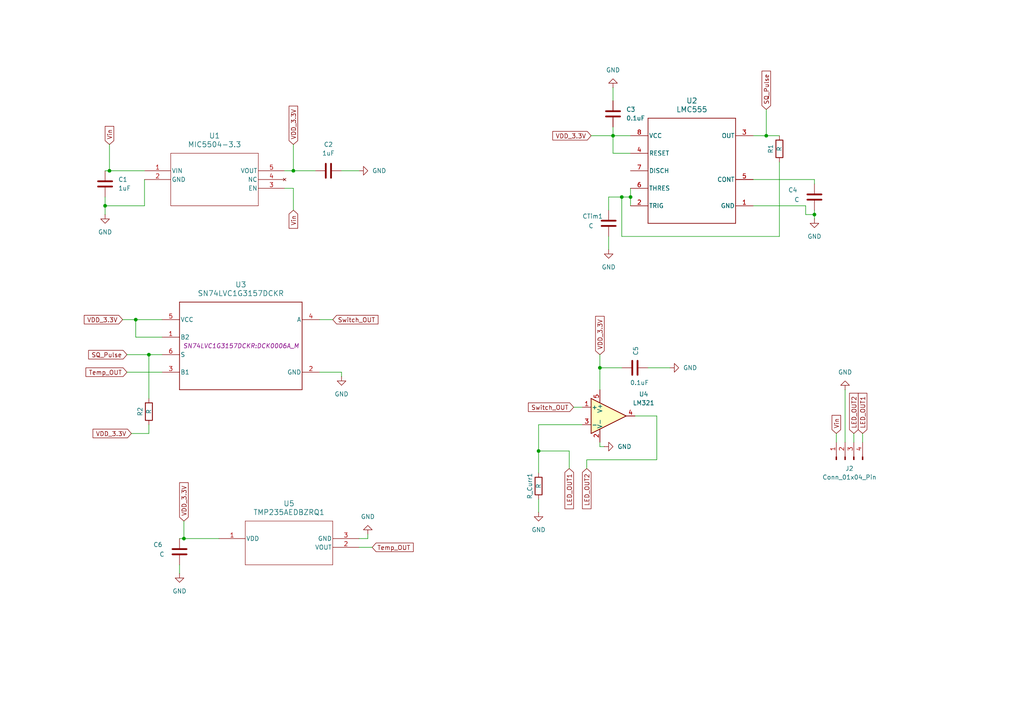
<source format=kicad_sch>
(kicad_sch (version 20231120) (generator "eeschema") (generator_version "8.0")
  (paper "A4")
  (lib_symbols
    (symbol "Amplifier_Operational:LM321" (pin_names (offset 0.127))
      (property "Reference" "U" (at 0 7.62 0))
      (property "Value" "LM321" (at 0 5.08 0))
      (symbol "LM321_0_1"
        (polyline (pts (xy -5.08 5.08) (xy 5.08 0) (xy -5.08 -5.08) (xy -5.08 5.08)) (stroke (width 0.254)) (fill (type background)))
      )
      (symbol "LM321_1_1"
        (pin input line (at -7.62 2.54 0) (length 2.54) (name "+") (number "1"))
        (pin power_in line (at -2.54 -7.62 90) (length 3.81) (name "V-") (number "2"))
        (pin input line (at -7.62 -2.54 0) (length 2.54) (name "-") (number "3"))
        (pin output line (at 7.62 0 180) (length 2.54) (name "~") (number "4"))
        (pin power_in line (at -2.54 7.62 270) (length 3.81) (name "V+") (number "5"))
      )
    )
    (symbol "Connector:Conn_01x04_Pin" (pin_names (offset 1.016) hide)
      (property "Reference" "J" (at 0 5.08 0))
      (property "Value" "Conn_01x04_Pin" (at 0 -7.62 0))
      (symbol "Conn_01x04_Pin_1_1"
        (polyline (pts (xy 1.27 -5.08) (xy 0.8636 -5.08)) (stroke (width 0.1524)))
        (polyline (pts (xy 1.27 -2.54) (xy 0.8636 -2.54)) (stroke (width 0.1524)))
        (polyline (pts (xy 1.27 0) (xy 0.8636 0)) (stroke (width 0.1524)))
        (polyline (pts (xy 1.27 2.54) (xy 0.8636 2.54)) (stroke (width 0.1524)))
        (rectangle (start 0.8636 -4.953) (end 0 -5.207) (stroke (width 0.1524)) (fill (type outline)))
        (rectangle (start 0.8636 -2.413) (end 0 -2.667) (stroke (width 0.1524)) (fill (type outline)))
        (rectangle (start 0.8636 0.127) (end 0 -0.127) (stroke (width 0.1524)) (fill (type outline)))
        (rectangle (start 0.8636 2.667) (end 0 2.413) (stroke (width 0.1524)) (fill (type outline)))
        (pin passive line (at 5.08 2.54 180) (length 3.81) (name "Pin_1") (number "1"))
        (pin passive line (at 5.08 0 180) (length 3.81) (name "Pin_2") (number "2"))
        (pin passive line (at 5.08 -2.54 180) (length 3.81) (name "Pin_3") (number "3"))
        (pin passive line (at 5.08 -5.08 180) (length 3.81) (name "Pin_4") (number "4"))
      )
    )
    (symbol "Device:C" (pin_numbers hide) (pin_names (offset 0.254))
      (property "Reference" "C" (at 0.635 2.54 0))
      (property "Value" "C" (at 0.635 -2.54 0))
      (symbol "C_0_1"
        (polyline (pts (xy -2.032 -0.762) (xy 2.032 -0.762)) (stroke (width 0.508)))
        (polyline (pts (xy -2.032 0.762) (xy 2.032 0.762)) (stroke (width 0.508)))
      )
      (symbol "C_1_1"
        (pin passive line (at 0 3.81 270) (length 2.794) (name "~") (number "1"))
        (pin passive line (at 0 -3.81 90) (length 2.794) (name "~") (number "2"))
      )
    )
    (symbol "Device:R" (pin_numbers hide) (pin_names (offset 0))
      (property "Reference" "R" (at 2.032 0 90))
      (property "Value" "R" (at 0 0 90))
      (symbol "R_0_1"
        (rectangle (start -1.016 -2.54) (end 1.016 2.54) (stroke (width 0.254)))
      )
      (symbol "R_1_1"
        (pin passive line (at 0 3.81 270) (length 1.27) (name "~") (number "1"))
        (pin passive line (at 0 -3.81 90) (length 1.27) (name "~") (number "2"))
      )
    )
    (symbol "LMC555:LMC555CMX_NOPB" (pin_names (offset 0.254))
      (property "Reference" "U" (at 0 2.54 0))
      (property "Value" "LMC555CMX/NOPB" (at 0 0 0))
      (symbol "LMC555CMX_NOPB_0_1"
        (polyline (pts (xy -12.7 -15.24) (xy 12.7 -15.24)) (stroke (width 0.2032)))
        (polyline (pts (xy -12.7 15.24) (xy -12.7 -15.24)) (stroke (width 0.2032)))
        (polyline (pts (xy 12.7 -15.24) (xy 12.7 15.24)) (stroke (width 0.2032)))
        (polyline (pts (xy 12.7 15.24) (xy -12.7 15.24)) (stroke (width 0.2032)))
        (pin power_in line (at 17.78 -10.16 180) (length 5.08) (name "GND") (number "1"))
        (pin input line (at -17.78 -10.16 0) (length 5.08) (name "TRIG") (number "2"))
        (pin output line (at 17.78 10.16 180) (length 5.08) (name "OUT") (number "3"))
        (pin input line (at -17.78 5.08 0) (length 5.08) (name "RESET") (number "4"))
        (pin input line (at 17.78 -2.54 180) (length 5.08) (name "CONT") (number "5"))
        (pin input line (at -17.78 -5.08 0) (length 5.08) (name "THRES") (number "6"))
        (pin output line (at -17.78 0 0) (length 5.08) (name "DISCH") (number "7"))
        (pin power_in line (at -17.78 10.16 0) (length 5.08) (name "VCC") (number "8"))
      )
    )
    (symbol "MIC5504:MIC5504-3.3YM5-TR" (pin_names (offset 0.254))
      (property "Reference" "U" (at 20.32 10.16 0))
      (property "Value" "MIC5504-3.3YM5-TR" (at 20.32 7.62 0))
      (symbol "MIC5504-3.3YM5-TR_0_1"
        (polyline (pts (xy 7.62 -10.16) (xy 33.02 -10.16)) (stroke (width 0.127)))
        (polyline (pts (xy 7.62 5.08) (xy 7.62 -10.16)) (stroke (width 0.127)))
        (polyline (pts (xy 33.02 -10.16) (xy 33.02 5.08)) (stroke (width 0.127)))
        (polyline (pts (xy 33.02 5.08) (xy 7.62 5.08)) (stroke (width 0.127)))
        (pin input line (at 0 0 0) (length 7.62) (name "VIN") (number "1"))
        (pin power_in line (at 0 -2.54 0) (length 7.62) (name "GND") (number "2"))
        (pin input line (at 40.64 -5.08 180) (length 7.62) (name "EN") (number "3"))
        (pin no_connect line (at 40.64 -2.54 180) (length 7.62) (name "NC") (number "4"))
        (pin output line (at 40.64 0 180) (length 7.62) (name "VOUT") (number "5"))
      )
    )
    (symbol "SN74LVC1G3157DCKR:SN74LVC1G3157DCKR" (pin_names (offset 0.254))
      (property "Reference" "U" (at 0 2.54 0))
      (property "Value" "SN74LVC1G3157DCKR" (at 0 0 0))
      (symbol "SN74LVC1G3157DCKR_0_1"
        (polyline (pts (xy -17.78 -12.7) (xy 17.78 -12.7)) (stroke (width 0.2032)))
        (polyline (pts (xy -17.78 12.7) (xy -17.78 -12.7)) (stroke (width 0.2032)))
        (polyline (pts (xy 17.78 -12.7) (xy 17.78 12.7)) (stroke (width 0.2032)))
        (polyline (pts (xy 17.78 12.7) (xy -17.78 12.7)) (stroke (width 0.2032)))
        (pin input line (at -22.86 2.54 0) (length 5.08) (name "B2") (number "1"))
        (pin power_in line (at 22.86 -7.62 180) (length 5.08) (name "GND") (number "2"))
        (pin input line (at -22.86 -7.62 0) (length 5.08) (name "B1") (number "3"))
        (pin output line (at 22.86 7.62 180) (length 5.08) (name "A") (number "4"))
        (pin power_in line (at -22.86 7.62 0) (length 5.08) (name "VCC") (number "5"))
        (pin input line (at -22.86 -2.54 0) (length 5.08) (name "S") (number "6"))
      )
    )
    (symbol "TMP235:TMP235AEDBZRQ1" (pin_names (offset 0.254))
      (property "Reference" "U" (at 20.32 10.16 0))
      (property "Value" "TMP235AEDBZRQ1" (at 20.32 7.62 0))
      (symbol "TMP235AEDBZRQ1_0_1"
        (polyline (pts (xy 7.62 -7.62) (xy 33.02 -7.62)) (stroke (width 0.127)))
        (polyline (pts (xy 7.62 5.08) (xy 7.62 -7.62)) (stroke (width 0.127)))
        (polyline (pts (xy 33.02 -7.62) (xy 33.02 5.08)) (stroke (width 0.127)))
        (polyline (pts (xy 33.02 5.08) (xy 7.62 5.08)) (stroke (width 0.127)))
        (pin power_in line (at 0 0 0) (length 7.62) (name "VDD") (number "1"))
        (pin output line (at 40.64 -2.54 180) (length 7.62) (name "VOUT") (number "2"))
        (pin power_out line (at 40.64 0 180) (length 7.62) (name "GND") (number "3"))
      )
    )
    (symbol "power:GND" (power) (pin_numbers hide) (pin_names (offset 0) hide)
      (property "Value" "GND" (at 0 -3.81 0))
      (symbol "GND_0_1"
        (polyline (pts (xy 0 0) (xy 0 -1.27) (xy 1.27 -1.27) (xy 0 -2.54) (xy -1.27 -1.27) (xy 0 -1.27)))
      )
      (symbol "GND_1_1"
        (pin power_in line (at 0 0 270) (length 0) (name "~") (number "1"))
      )
    )
  )
  (junction (at 30.48 59.69))
  (junction (at 222.25 39.37))
  (junction (at 182.88 57.15))
  (junction (at 39.37 92.71))
  (junction (at 236.22 62.23))
  (junction (at 53.34 156.21))
  (junction (at 177.8 39.37))
  (junction (at 85.09 49.53))
  (junction (at 180.34 57.15))
  (junction (at 173.99 106.68))
  (junction (at 31.75 49.53))
  (junction (at 156.21 130.81))
  (junction (at 43.18 102.87))
  (wire (pts (xy 99.06 109.22) (xy 99.06 107.95)))
  (wire (pts (xy 177.8 39.37) (xy 182.88 39.37)))
  (wire (pts (xy 30.48 57.15) (xy 30.48 59.69)))
  (wire (pts (xy 106.68 156.21) (xy 104.14 156.21)))
  (wire (pts (xy 170.18 135.89) (xy 170.18 133.35)))
  (wire (pts (xy 218.44 59.69) (xy 233.68 59.69)))
  (wire (pts (xy 176.53 57.15) (xy 176.53 60.96)))
  (wire (pts (xy 52.07 163.83) (xy 52.07 166.37)))
  (wire (pts (xy 30.48 59.69) (xy 30.48 62.23)))
  (wire (pts (xy 175.26 129.54) (xy 173.99 129.54)))
  (wire (pts (xy 106.68 154.94) (xy 106.68 156.21)))
  (wire (pts (xy 177.8 44.45) (xy 177.8 39.37)))
  (wire (pts (xy 46.99 97.79) (xy 39.37 97.79)))
  (wire (pts (xy 166.37 118.11) (xy 168.91 118.11)))
  (wire (pts (xy 176.53 68.58) (xy 176.53 72.39)))
  (wire (pts (xy 182.88 44.45) (xy 177.8 44.45)))
  (wire (pts (xy 233.68 59.69) (xy 233.68 62.23)))
  (wire (pts (xy 173.99 106.68) (xy 173.99 113.03)))
  (wire (pts (xy 41.91 52.07) (xy 41.91 59.69)))
  (wire (pts (xy 156.21 130.81) (xy 156.21 137.16)))
  (wire (pts (xy 31.75 41.91) (xy 31.75 49.53)))
  (wire (pts (xy 182.88 57.15) (xy 182.88 59.69)))
  (wire (pts (xy 233.68 62.23) (xy 236.22 62.23)))
  (wire (pts (xy 245.11 113.03) (xy 245.11 128.27)))
  (wire (pts (xy 187.96 106.68) (xy 194.31 106.68)))
  (wire (pts (xy 31.75 49.53) (xy 41.91 49.53)))
  (wire (pts (xy 36.83 107.95) (xy 46.99 107.95)))
  (wire (pts (xy 222.25 31.75) (xy 222.25 39.37)))
  (wire (pts (xy 226.06 46.99) (xy 226.06 68.58)))
  (wire (pts (xy 53.34 156.21) (xy 63.5 156.21)))
  (wire (pts (xy 165.1 130.81) (xy 165.1 135.89)))
  (wire (pts (xy 222.25 39.37) (xy 226.06 39.37)))
  (wire (pts (xy 39.37 92.71) (xy 46.99 92.71)))
  (wire (pts (xy 182.88 54.61) (xy 182.88 57.15)))
  (wire (pts (xy 170.18 133.35) (xy 190.5 133.35)))
  (wire (pts (xy 242.57 125.73) (xy 242.57 128.27)))
  (wire (pts (xy 177.8 25.4) (xy 177.8 29.21)))
  (wire (pts (xy 156.21 144.78) (xy 156.21 148.59)))
  (wire (pts (xy 218.44 39.37) (xy 222.25 39.37)))
  (wire (pts (xy 41.91 59.69) (xy 30.48 59.69)))
  (wire (pts (xy 39.37 97.79) (xy 39.37 92.71)))
  (wire (pts (xy 52.07 156.21) (xy 53.34 156.21)))
  (wire (pts (xy 36.83 102.87) (xy 43.18 102.87)))
  (wire (pts (xy 173.99 106.68) (xy 180.34 106.68)))
  (wire (pts (xy 43.18 102.87) (xy 43.18 115.57)))
  (wire (pts (xy 171.45 39.37) (xy 177.8 39.37)))
  (wire (pts (xy 92.71 92.71) (xy 96.52 92.71)))
  (wire (pts (xy 53.34 151.13) (xy 53.34 156.21)))
  (wire (pts (xy 165.1 130.81) (xy 156.21 130.81)))
  (wire (pts (xy 176.53 57.15) (xy 180.34 57.15)))
  (wire (pts (xy 43.18 125.73) (xy 43.18 123.19)))
  (wire (pts (xy 85.09 49.53) (xy 91.44 49.53)))
  (wire (pts (xy 85.09 41.91) (xy 85.09 49.53)))
  (wire (pts (xy 236.22 62.23) (xy 236.22 63.5)))
  (wire (pts (xy 85.09 49.53) (xy 82.55 49.53)))
  (wire (pts (xy 85.09 60.96) (xy 85.09 54.61)))
  (wire (pts (xy 190.5 133.35) (xy 190.5 120.65)))
  (wire (pts (xy 173.99 129.54) (xy 173.99 128.27)))
  (wire (pts (xy 35.56 92.71) (xy 39.37 92.71)))
  (wire (pts (xy 156.21 123.19) (xy 156.21 130.81)))
  (wire (pts (xy 43.18 102.87) (xy 46.99 102.87)))
  (wire (pts (xy 92.71 107.95) (xy 99.06 107.95)))
  (wire (pts (xy 99.06 49.53) (xy 104.14 49.53)))
  (wire (pts (xy 156.21 123.19) (xy 168.91 123.19)))
  (wire (pts (xy 180.34 57.15) (xy 182.88 57.15)))
  (wire (pts (xy 247.65 125.73) (xy 247.65 128.27)))
  (wire (pts (xy 190.5 120.65) (xy 184.15 120.65)))
  (wire (pts (xy 226.06 68.58) (xy 180.34 68.58)))
  (wire (pts (xy 177.8 36.83) (xy 177.8 39.37)))
  (wire (pts (xy 250.19 125.73) (xy 250.19 128.27)))
  (wire (pts (xy 85.09 54.61) (xy 82.55 54.61)))
  (wire (pts (xy 236.22 53.34) (xy 236.22 52.07)))
  (wire (pts (xy 218.44 52.07) (xy 236.22 52.07)))
  (wire (pts (xy 180.34 68.58) (xy 180.34 57.15)))
  (wire (pts (xy 236.22 60.96) (xy 236.22 62.23)))
  (wire (pts (xy 30.48 49.53) (xy 31.75 49.53)))
  (wire (pts (xy 104.14 158.75) (xy 107.95 158.75)))
  (wire (pts (xy 173.99 102.87) (xy 173.99 106.68)))
  (wire (pts (xy 38.1 125.73) (xy 43.18 125.73)))
  (global_label "LED_OUT2" (shape input) (at 247.65 125.73 90) (property "Intersheetrefs" "${INTERSHEET_REFS}" (effects (hide yes))))
  (global_label "LED_OUT1" (shape input) (at 250.19 125.73 90) (property "Intersheetrefs" "${INTERSHEET_REFS}" (effects (hide yes))))
  (global_label "SQ_Pulse" (shape input) (at 222.25 31.75 90) (property "Intersheetrefs" "${INTERSHEET_REFS}" (effects (hide yes))))
  (global_label "LED_OUT1" (shape input) (at 165.1 135.89 270) (property "Intersheetrefs" "${INTERSHEET_REFS}" (effects (hide yes))))
  (global_label "VDD_3.3V" (shape input) (at 38.1 125.73 180) (property "Intersheetrefs" "${INTERSHEET_REFS}" (effects (hide yes))))
  (global_label "VDD_3.3V" (shape input) (at 53.34 151.13 90) (property "Intersheetrefs" "${INTERSHEET_REFS}" (effects (hide yes))))
  (global_label "Vin" (shape input) (at 31.75 41.91 90) (property "Intersheetrefs" "${INTERSHEET_REFS}" (effects (hide yes))))
  (global_label "VDD_3.3V" (shape input) (at 171.45 39.37 180) (property "Intersheetrefs" "${INTERSHEET_REFS}" (effects (hide yes))))
  (global_label "SQ_Pulse" (shape input) (at 36.83 102.87 180) (property "Intersheetrefs" "${INTERSHEET_REFS}" (effects (hide yes))))
  (global_label "Temp_OUT" (shape input) (at 36.83 107.95 180) (property "Intersheetrefs" "${INTERSHEET_REFS}" (effects (hide yes))))
  (global_label "Vin" (shape input) (at 85.09 60.96 270) (property "Intersheetrefs" "${INTERSHEET_REFS}" (effects (hide yes))))
  (global_label "Switch_OUT" (shape input) (at 166.37 118.11 180) (property "Intersheetrefs" "${INTERSHEET_REFS}" (effects (hide yes))))
  (global_label "VDD_3.3V" (shape input) (at 173.99 102.87 90) (property "Intersheetrefs" "${INTERSHEET_REFS}" (effects (hide yes))))
  (global_label "VDD_3.3V" (shape input) (at 35.56 92.71 180) (property "Intersheetrefs" "${INTERSHEET_REFS}" (effects (hide yes))))
  (global_label "VDD_3.3V" (shape input) (at 85.09 41.91 90) (property "Intersheetrefs" "${INTERSHEET_REFS}" (effects (hide yes))))
  (global_label "Vin" (shape input) (at 242.57 125.73 90) (property "Intersheetrefs" "${INTERSHEET_REFS}" (effects (hide yes))))
  (global_label "Temp_OUT" (shape input) (at 107.95 158.75 0) (property "Intersheetrefs" "${INTERSHEET_REFS}" (effects (hide yes))))
  (global_label "LED_OUT2" (shape input) (at 170.18 135.89 270) (property "Intersheetrefs" "${INTERSHEET_REFS}" (effects (hide yes))))
  (global_label "Switch_OUT" (shape input) (at 96.52 92.71 0) (property "Intersheetrefs" "${INTERSHEET_REFS}" (effects (hide yes))))
  (symbol (lib_id "Device:C") (at 176.53 64.77 180) (unit 1)
    (property "Reference" "CTim1" (at 168.91 62.738 0) (effects (justify right)))
    (property "Value" "C" (at 170.688 65.532 0) (effects (justify right)))
    (property "Footprint" "Capacitor_SMD:C_0603_1608Metric" (effects (hide yes)))
    (property "Description" "Unpolarized capacitor" (effects (hide yes)))
  )
  (symbol (lib_id "power:GND") (at 106.68 154.94 180) (unit 1)
    (property "Reference" "#PWR011" (effects (hide yes)))
    (property "Value" "GND" (at 106.68 149.86 0))
    (property "Description" "Power symbol creates a global label with name \"GND\" , ground" (effects (hide yes)))
  )
  (symbol (lib_id "power:GND") (at 52.07 166.37 0) (unit 1)
    (property "Reference" "#PWR010" (effects (hide yes)))
    (property "Value" "GND" (at 52.07 171.45 0))
    (property "Description" "Power symbol creates a global label with name \"GND\" , ground" (effects (hide yes)))
  )
  (symbol (lib_id "power:GND") (at 99.06 109.22 0) (unit 1)
    (property "Reference" "#PWR06" (effects (hide yes)))
    (property "Value" "GND" (at 99.06 114.3 0))
    (property "Description" "Power symbol creates a global label with name \"GND\" , ground" (effects (hide yes)))
  )
  (symbol (lib_id "power:GND") (at 236.22 63.5 0) (unit 1)
    (property "Reference" "#PWR05" (effects (hide yes)))
    (property "Value" "GND" (at 236.22 68.58 0))
    (property "Description" "Power symbol creates a global label with name \"GND\" , ground" (effects (hide yes)))
  )
  (symbol (lib_id "power:GND") (at 104.14 49.53 90) (unit 1)
    (property "Reference" "#PWR02" (effects (hide yes)))
    (property "Value" "GND" (at 107.95 49.5299 90) (effects (justify right)))
    (property "Description" "Power symbol creates a global label with name \"GND\" , ground" (effects (hide yes)))
  )
  (symbol (lib_id "Amplifier_Operational:LM321") (at 176.53 120.65 0) (unit 1)
    (property "Reference" "U4" (at 186.69 114.3314 0))
    (property "Value" "LM321" (at 186.69 116.8714 0))
    (property "Footprint" "Package_TO_SOT_SMD:SOT-23-5" (effects (hide yes)))
    (property "Datasheet" "http://www.ti.com/lit/ds/symlink/lm321.pdf" (effects (hide yes)))
    (property "Description" "Low Power Single Operational Amplifier, SOT-23-5" (effects (hide yes)))
  )
  (symbol (lib_id "Device:C") (at 30.48 53.34 0) (unit 1)
    (property "Reference" "C1" (at 34.29 52.0699 0) (effects (justify left)))
    (property "Value" "1uF" (at 34.29 54.6099 0) (effects (justify left)))
    (property "Footprint" "Capacitor_SMD:C_0603_1608Metric" (effects (hide yes)))
    (property "Description" "Unpolarized capacitor" (effects (hide yes)))
  )
  (symbol (lib_id "Connector:Conn_01x04_Pin") (at 245.11 133.35 90) (unit 1)
    (property "Reference" "J2" (at 246.38 135.89 90))
    (property "Value" "Conn_01x04_Pin" (at 246.38 138.43 90))
    (property "Footprint" "Connector_PinHeader_2.54mm:PinHeader_1x04_P2.54mm_Vertical" (effects (hide yes)))
    (property "Description" "Generic connector, single row, 01x04, script generated" (effects (hide yes)))
  )
  (symbol (lib_id "LMC555:LMC555CMX_NOPB") (at 200.66 49.53 0) (unit 1)
    (property "Reference" "U2" (at 200.66 29.21 0) (effects (font (size 1.524 1.524))))
    (property "Value" "LMC555" (at 200.66 31.75 0) (effects (font (size 1.524 1.524))))
    (property "Footprint" "LMC555:D0008A_M" (effects (hide yes)))
    (property "Datasheet" "LMC555CMX/NOPB" (effects (hide yes)))
  )
  (symbol (lib_id "Device:C") (at 184.15 106.68 270) (unit 1)
    (property "Reference" "C5" (at 184.404 103.124 0) (effects (justify right)))
    (property "Value" "0.1uF" (at 188.214 110.998 90) (effects (justify right)))
    (property "Footprint" "Capacitor_SMD:C_0603_1608Metric" (effects (hide yes)))
    (property "Description" "Unpolarized capacitor" (effects (hide yes)))
  )
  (symbol (lib_id "power:GND") (at 194.31 106.68 90) (unit 1)
    (property "Reference" "#PWR012" (effects (hide yes)))
    (property "Value" "GND" (at 198.12 106.6799 90) (effects (justify right)))
    (property "Description" "Power symbol creates a global label with name \"GND\" , ground" (effects (hide yes)))
  )
  (symbol (lib_id "power:GND") (at 30.48 62.23 0) (unit 1)
    (property "Reference" "#PWR01" (effects (hide yes)))
    (property "Value" "GND" (at 30.48 67.31 0))
    (property "Description" "Power symbol creates a global label with name \"GND\" , ground" (effects (hide yes)))
  )
  (symbol (lib_id "Device:R") (at 156.21 140.97 180) (unit 1)
    (property "Reference" "R_Curr1" (at 153.67 140.97 90))
    (property "Value" "R" (at 156.21 140.97 90))
    (property "Footprint" "Resistor_SMD:R_0603_1608Metric" (effects (hide yes)))
    (property "Description" "Resistor" (effects (hide yes)))
  )
  (symbol (lib_id "power:GND") (at 245.11 113.03 180) (unit 1)
    (property "Reference" "#PWR09" (effects (hide yes)))
    (property "Value" "GND" (at 245.11 107.95 0))
    (property "Description" "Power symbol creates a global label with name \"GND\" , ground" (effects (hide yes)))
  )
  (symbol (lib_id "Device:C") (at 52.07 160.02 180) (unit 1)
    (property "Reference" "C6" (at 44.45 157.988 0) (effects (justify right)))
    (property "Value" "C" (at 46.228 160.782 0) (effects (justify right)))
    (property "Footprint" "Capacitor_SMD:C_0603_1608Metric" (effects (hide yes)))
    (property "Description" "Unpolarized capacitor" (effects (hide yes)))
  )
  (symbol (lib_id "Device:R") (at 226.06 43.18 180) (unit 1)
    (property "Reference" "R1" (at 223.52 43.18 90))
    (property "Value" "R" (at 226.06 43.18 90))
    (property "Footprint" "Resistor_SMD:R_0603_1608Metric" (effects (hide yes)))
    (property "Description" "Resistor" (effects (hide yes)))
  )
  (symbol (lib_id "Device:C") (at 177.8 33.02 180) (unit 1)
    (property "Reference" "C3" (at 181.61 31.7499 0) (effects (justify right)))
    (property "Value" "0.1uF" (at 181.61 34.2899 0) (effects (justify right)))
    (property "Footprint" "Capacitor_SMD:C_0603_1608Metric" (effects (hide yes)))
    (property "Description" "Unpolarized capacitor" (effects (hide yes)))
  )
  (symbol (lib_id "MIC5504:MIC5504-3.3YM5-TR") (at 41.91 49.53 0) (unit 1)
    (property "Reference" "U1" (at 62.23 39.37 0) (effects (font (size 1.524 1.524))))
    (property "Value" "MIC5504-3.3" (at 62.23 41.91 0) (effects (font (size 1.524 1.524))))
    (property "Footprint" "MIC5504:SOT-23-5_MC_MCH" (effects (hide yes)))
    (property "Datasheet" "MIC5504-3.3YM5-TR" (effects (hide yes)))
  )
  (symbol (lib_id "Device:R") (at 43.18 119.38 180) (unit 1)
    (property "Reference" "R2" (at 40.64 119.38 90))
    (property "Value" "R" (at 43.18 119.38 90))
    (property "Footprint" "Resistor_SMD:R_0603_1608Metric" (effects (hide yes)))
    (property "Description" "Resistor" (effects (hide yes)))
  )
  (symbol (lib_id "power:GND") (at 175.26 129.54 90) (unit 1)
    (property "Reference" "#PWR07" (effects (hide yes)))
    (property "Value" "GND" (at 179.07 129.5399 90) (effects (justify right)))
    (property "Description" "Power symbol creates a global label with name \"GND\" , ground" (effects (hide yes)))
  )
  (symbol (lib_id "power:GND") (at 176.53 72.39 0) (unit 1)
    (property "Reference" "#PWR04" (effects (hide yes)))
    (property "Value" "GND" (at 176.53 77.47 0))
    (property "Description" "Power symbol creates a global label with name \"GND\" , ground" (effects (hide yes)))
  )
  (symbol (lib_id "Device:C") (at 236.22 57.15 180) (unit 1)
    (property "Reference" "C4" (at 228.6 55.118 0) (effects (justify right)))
    (property "Value" "C" (at 230.378 57.912 0) (effects (justify right)))
    (property "Footprint" "Capacitor_SMD:C_0603_1608Metric" (effects (hide yes)))
    (property "Description" "Unpolarized capacitor" (effects (hide yes)))
  )
  (symbol (lib_id "SN74LVC1G3157DCKR:SN74LVC1G3157DCKR") (at 69.85 100.33 0) (unit 1)
    (property "Reference" "U3" (at 69.85 82.55 0) (effects (font (size 1.524 1.524))))
    (property "Value" "SN74LVC1G3157DCKR" (at 69.85 85.09 0) (effects (font (size 1.524 1.524))))
    (property "Footprint" "SN74LVC1G3157DCKR:DCK0006A_M" (at 69.85 100.33 0) (effects (font (italic yes))))
    (property "Datasheet" "SN74LVC1G3157DCKR" (effects (hide yes)))
  )
  (symbol (lib_id "power:GND") (at 156.21 148.59 0) (unit 1)
    (property "Reference" "#PWR08" (effects (hide yes)))
    (property "Value" "GND" (at 156.21 153.67 0))
    (property "Description" "Power symbol creates a global label with name \"GND\" , ground" (effects (hide yes)))
  )
  (symbol (lib_id "power:GND") (at 177.8 25.4 180) (unit 1)
    (property "Reference" "#PWR03" (effects (hide yes)))
    (property "Value" "GND" (at 177.8 20.32 0))
    (property "Description" "Power symbol creates a global label with name \"GND\" , ground" (effects (hide yes)))
  )
  (symbol (lib_id "Device:C") (at 95.25 49.53 90) (unit 1)
    (property "Reference" "C2" (at 95.25 41.91 90))
    (property "Value" "1uF" (at 95.25 44.45 90))
    (property "Footprint" "Capacitor_SMD:C_0603_1608Metric" (effects (hide yes)))
    (property "Description" "Unpolarized capacitor" (effects (hide yes)))
  )
  (symbol (lib_id "TMP235:TMP235AEDBZRQ1") (at 63.5 156.21 0) (unit 1)
    (property "Reference" "U5" (at 83.82 146.05 0) (effects (font (size 1.524 1.524))))
    (property "Value" "TMP235AEDBZRQ1" (at 83.82 148.59 0) (effects (font (size 1.524 1.524))))
    (property "Footprint" "TMP235:SOT-23_DBZ_TEX-M" (effects (hide yes)))
    (property "Datasheet" "TMP235AEDBZRQ1" (effects (hide yes)))
  )
)
</source>
